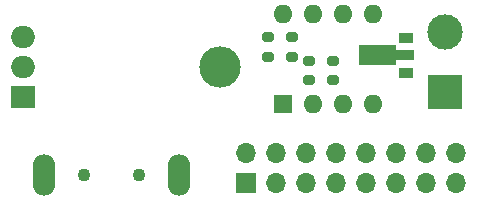
<source format=gbr>
%TF.GenerationSoftware,KiCad,Pcbnew,6.0.2*%
%TF.CreationDate,2022-03-12T22:23:20+01:00*%
%TF.ProjectId,batteryController,62617474-6572-4794-936f-6e74726f6c6c,rev?*%
%TF.SameCoordinates,Original*%
%TF.FileFunction,Soldermask,Bot*%
%TF.FilePolarity,Negative*%
%FSLAX46Y46*%
G04 Gerber Fmt 4.6, Leading zero omitted, Abs format (unit mm)*
G04 Created by KiCad (PCBNEW 6.0.2) date 2022-03-12 22:23:20*
%MOMM*%
%LPD*%
G01*
G04 APERTURE LIST*
G04 Aperture macros list*
%AMRoundRect*
0 Rectangle with rounded corners*
0 $1 Rounding radius*
0 $2 $3 $4 $5 $6 $7 $8 $9 X,Y pos of 4 corners*
0 Add a 4 corners polygon primitive as box body*
4,1,4,$2,$3,$4,$5,$6,$7,$8,$9,$2,$3,0*
0 Add four circle primitives for the rounded corners*
1,1,$1+$1,$2,$3*
1,1,$1+$1,$4,$5*
1,1,$1+$1,$6,$7*
1,1,$1+$1,$8,$9*
0 Add four rect primitives between the rounded corners*
20,1,$1+$1,$2,$3,$4,$5,0*
20,1,$1+$1,$4,$5,$6,$7,0*
20,1,$1+$1,$6,$7,$8,$9,0*
20,1,$1+$1,$8,$9,$2,$3,0*%
%AMFreePoly0*
4,1,9,3.862500,-0.866500,0.737500,-0.866500,0.737500,-0.450000,-0.737500,-0.450000,-0.737500,0.450000,0.737500,0.450000,0.737500,0.866500,3.862500,0.866500,3.862500,-0.866500,3.862500,-0.866500,$1*%
G04 Aperture macros list end*
%ADD10R,1.700000X1.700000*%
%ADD11O,1.700000X1.700000*%
%ADD12R,1.600000X1.600000*%
%ADD13O,1.600000X1.600000*%
%ADD14C,1.100000*%
%ADD15O,1.900000X3.500000*%
%ADD16R,3.000000X3.000000*%
%ADD17C,3.000000*%
%ADD18RoundRect,0.200000X0.275000X-0.200000X0.275000X0.200000X-0.275000X0.200000X-0.275000X-0.200000X0*%
%ADD19RoundRect,0.200000X-0.275000X0.200000X-0.275000X-0.200000X0.275000X-0.200000X0.275000X0.200000X0*%
%ADD20R,1.300000X0.900000*%
%ADD21FreePoly0,180.000000*%
%ADD22O,3.500000X3.500000*%
%ADD23R,2.000000X1.905000*%
%ADD24O,2.000000X1.905000*%
G04 APERTURE END LIST*
D10*
%TO.C,J1*%
X195125000Y-115845000D03*
D11*
X195125000Y-113305000D03*
X197665000Y-115845000D03*
X197665000Y-113305000D03*
X200205000Y-115845000D03*
X200205000Y-113305000D03*
X202745000Y-115845000D03*
X202745000Y-113305000D03*
X205285000Y-115845000D03*
X205285000Y-113305000D03*
X207825000Y-115845000D03*
X207825000Y-113305000D03*
X210365000Y-115845000D03*
X210365000Y-113305000D03*
X212905000Y-115845000D03*
X212905000Y-113305000D03*
%TD*%
D12*
%TO.C,U1*%
X198247000Y-109093000D03*
D13*
X200787000Y-109093000D03*
X203327000Y-109093000D03*
X205867000Y-109093000D03*
X205867000Y-101473000D03*
X203327000Y-101473000D03*
X200787000Y-101473000D03*
X198247000Y-101473000D03*
%TD*%
D14*
%TO.C,J3*%
X186050000Y-115100000D03*
X181450000Y-115100000D03*
D15*
X189450000Y-115100000D03*
X178050000Y-115100000D03*
%TD*%
D16*
%TO.C,J2*%
X212000000Y-108080000D03*
D17*
X212000000Y-103000000D03*
%TD*%
D18*
%TO.C,R1*%
X202500000Y-107124000D03*
X202500000Y-105474000D03*
%TD*%
D19*
%TO.C,R4*%
X199000000Y-103474000D03*
X199000000Y-105124000D03*
%TD*%
D20*
%TO.C,U3*%
X208650000Y-103500000D03*
D21*
X208562500Y-105000000D03*
D20*
X208650000Y-106500000D03*
%TD*%
D19*
%TO.C,R3*%
X197000000Y-103474000D03*
X197000000Y-105124000D03*
%TD*%
D18*
%TO.C,R2*%
X200500000Y-107124000D03*
X200500000Y-105474000D03*
%TD*%
D22*
%TO.C,U2*%
X192930000Y-105960000D03*
D23*
X176270000Y-108500000D03*
D24*
X176270000Y-105960000D03*
X176270000Y-103420000D03*
%TD*%
M02*

</source>
